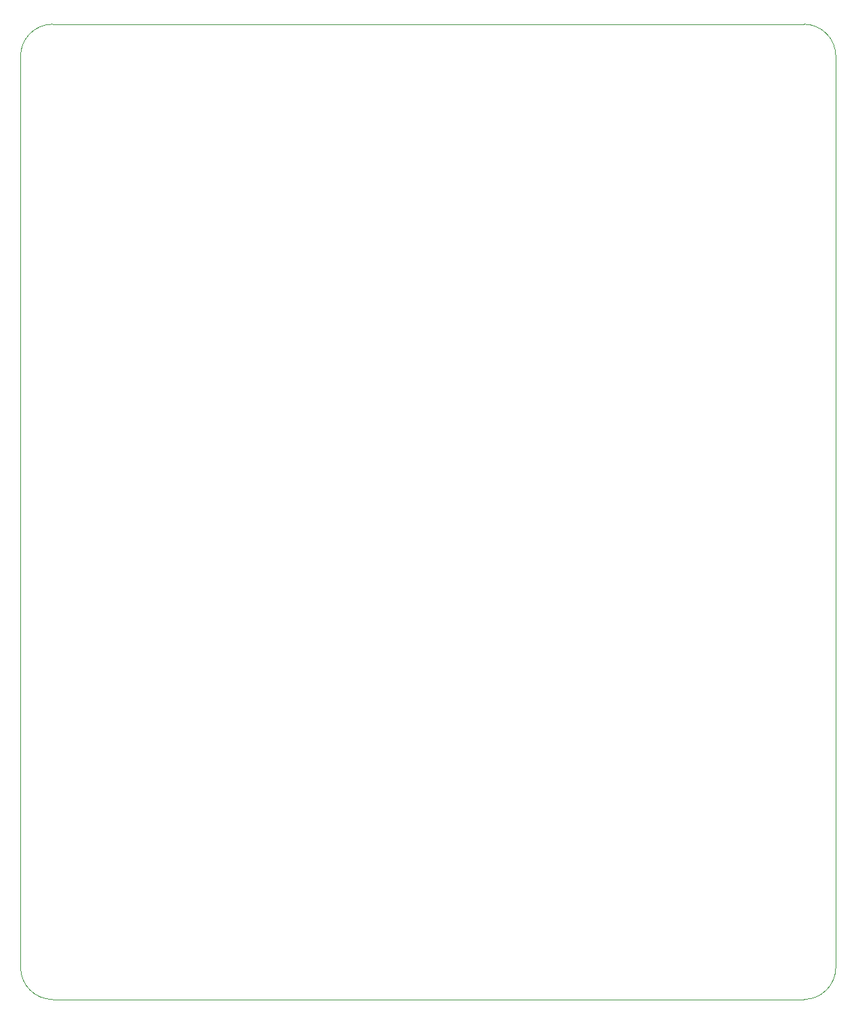
<source format=gbr>
%TF.GenerationSoftware,KiCad,Pcbnew,8.0.5*%
%TF.CreationDate,2024-11-15T19:55:36-05:00*%
%TF.ProjectId,m3++,6d332b2b-2e6b-4696-9361-645f70636258,rev?*%
%TF.SameCoordinates,Original*%
%TF.FileFunction,Profile,NP*%
%FSLAX46Y46*%
G04 Gerber Fmt 4.6, Leading zero omitted, Abs format (unit mm)*
G04 Created by KiCad (PCBNEW 8.0.5) date 2024-11-15 19:55:36*
%MOMM*%
%LPD*%
G01*
G04 APERTURE LIST*
%TA.AperFunction,Profile*%
%ADD10C,0.050000*%
%TD*%
G04 APERTURE END LIST*
D10*
X92000000Y-136000000D02*
G75*
G02*
X88000000Y-132000000I0J4000000D01*
G01*
X186000000Y-14000000D02*
G75*
G02*
X190000000Y-18000000I0J-4000000D01*
G01*
X186000000Y-136000000D02*
X92000000Y-136000000D01*
X190000000Y-18000000D02*
X190000000Y-132000000D01*
X92000000Y-14000000D02*
X186000000Y-14000000D01*
X190000000Y-132000000D02*
G75*
G02*
X186000000Y-136000000I-4000000J0D01*
G01*
X88000000Y-132000000D02*
X88000000Y-18000000D01*
X88000000Y-18000000D02*
G75*
G02*
X92000000Y-14000000I4000000J0D01*
G01*
M02*

</source>
